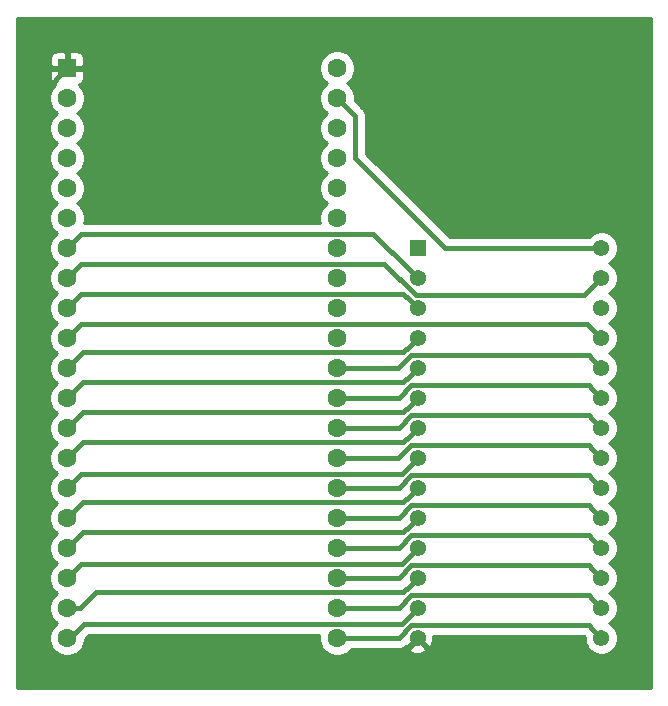
<source format=gbr>
G04 #@! TF.GenerationSoftware,KiCad,Pcbnew,(5.1.5-0-10_14)*
G04 #@! TF.CreationDate,2020-11-02T12:03:13-05:00*
G04 #@! TF.ProjectId,programmer,70726f67-7261-46d6-9d65-722e6b696361,rev?*
G04 #@! TF.SameCoordinates,Original*
G04 #@! TF.FileFunction,Copper,L2,Bot*
G04 #@! TF.FilePolarity,Positive*
%FSLAX46Y46*%
G04 Gerber Fmt 4.6, Leading zero omitted, Abs format (unit mm)*
G04 Created by KiCad (PCBNEW (5.1.5-0-10_14)) date 2020-11-02 12:03:13*
%MOMM*%
%LPD*%
G04 APERTURE LIST*
%ADD10R,1.378000X1.378000*%
%ADD11C,1.378000*%
%ADD12C,1.600000*%
%ADD13R,1.600000X1.600000*%
%ADD14C,0.400000*%
%ADD15C,0.254000*%
G04 APERTURE END LIST*
D10*
X82518250Y-97663000D03*
D11*
X82518250Y-100203000D03*
X82518250Y-102743000D03*
X82518250Y-105283000D03*
X82518250Y-107823000D03*
X82518250Y-110363000D03*
X82518250Y-112903000D03*
X82518250Y-115443000D03*
X82518250Y-117983000D03*
X82518250Y-120523000D03*
X82518250Y-123063000D03*
X82518250Y-125603000D03*
X82518250Y-128143000D03*
X82518250Y-130683000D03*
X98075750Y-130683000D03*
X98075750Y-128143000D03*
X98075750Y-125603000D03*
X98075750Y-123063000D03*
X98075750Y-120523000D03*
X98075750Y-117983000D03*
X98075750Y-115443000D03*
X98075750Y-112903000D03*
X98075750Y-110363000D03*
X98075750Y-107823000D03*
X98075750Y-105283000D03*
X98075750Y-102743000D03*
X98075750Y-100203000D03*
X98075750Y-97663000D03*
D12*
X75692000Y-82423000D03*
D13*
X52832000Y-82423000D03*
D12*
X75692000Y-84963000D03*
X52832000Y-84963000D03*
X75692000Y-87503000D03*
X52832000Y-87503000D03*
X75692000Y-90043000D03*
X52832000Y-90043000D03*
X75692000Y-92583000D03*
X52832000Y-92583000D03*
X75692000Y-95123000D03*
X52832000Y-95123000D03*
X75692000Y-97663000D03*
X52832000Y-97663000D03*
X75692000Y-100203000D03*
X52832000Y-100203000D03*
X75692000Y-102743000D03*
X52832000Y-102743000D03*
X75692000Y-105283000D03*
X52832000Y-105283000D03*
X75692000Y-107823000D03*
X52832000Y-107823000D03*
X75692000Y-110363000D03*
X52832000Y-110363000D03*
X75692000Y-112903000D03*
X52832000Y-112903000D03*
X75692000Y-115443000D03*
X52832000Y-115443000D03*
X75692000Y-117983000D03*
X52832000Y-117983000D03*
X75692000Y-120523000D03*
X52832000Y-120523000D03*
X75692000Y-123063000D03*
X52832000Y-123063000D03*
X75692000Y-125603000D03*
X52832000Y-125603000D03*
X75692000Y-128143000D03*
X52832000Y-128143000D03*
X75692000Y-130683000D03*
X52832000Y-130683000D03*
D14*
X98075750Y-97663000D02*
X84836000Y-97663000D01*
X84836000Y-97663000D02*
X77216000Y-90043000D01*
X77216000Y-86487000D02*
X75692000Y-84963000D01*
X77216000Y-90043000D02*
X77216000Y-86487000D01*
X81829251Y-123751999D02*
X82518250Y-123063000D01*
X81178251Y-124402999D02*
X81829251Y-123751999D01*
X54032001Y-124402999D02*
X81178251Y-124402999D01*
X52832000Y-125603000D02*
X54032001Y-124402999D01*
X81829251Y-126291999D02*
X82518250Y-125603000D01*
X55303369Y-126803001D02*
X81318249Y-126803001D01*
X81318249Y-126803001D02*
X81829251Y-126291999D01*
X53963370Y-128143000D02*
X55303369Y-126803001D01*
X52832000Y-128143000D02*
X53963370Y-128143000D01*
X52832000Y-130683000D02*
X53086000Y-130683000D01*
X54286001Y-129482999D02*
X81178251Y-129482999D01*
X81829251Y-128831999D02*
X82518250Y-128143000D01*
X81178251Y-129482999D02*
X81829251Y-128831999D01*
X53086000Y-130683000D02*
X54286001Y-129482999D01*
X97386751Y-129994001D02*
X98075750Y-130683000D01*
X81995529Y-129593999D02*
X96986749Y-129593999D01*
X80906528Y-130683000D02*
X81995529Y-129593999D01*
X96986749Y-129593999D02*
X97386751Y-129994001D01*
X75692000Y-130683000D02*
X80906528Y-130683000D01*
X97386751Y-127454001D02*
X98075750Y-128143000D01*
X96986749Y-127053999D02*
X97386751Y-127454001D01*
X81995529Y-127053999D02*
X96986749Y-127053999D01*
X80906528Y-128143000D02*
X81995529Y-127053999D01*
X75692000Y-128143000D02*
X80906528Y-128143000D01*
X97386751Y-124914001D02*
X98075750Y-125603000D01*
X96986749Y-124513999D02*
X97386751Y-124914001D01*
X81995529Y-124513999D02*
X96986749Y-124513999D01*
X80906528Y-125603000D02*
X81995529Y-124513999D01*
X75692000Y-125603000D02*
X80906528Y-125603000D01*
X96986749Y-121973999D02*
X97386751Y-122374001D01*
X81995529Y-121973999D02*
X96986749Y-121973999D01*
X97386751Y-122374001D02*
X98075750Y-123063000D01*
X80906528Y-123063000D02*
X81995529Y-121973999D01*
X75692000Y-123063000D02*
X80906528Y-123063000D01*
X97386751Y-119834001D02*
X98075750Y-120523000D01*
X96986749Y-119433999D02*
X97386751Y-119834001D01*
X81995529Y-119433999D02*
X96986749Y-119433999D01*
X80906528Y-120523000D02*
X81995529Y-119433999D01*
X75692000Y-120523000D02*
X80906528Y-120523000D01*
X81829251Y-102054001D02*
X82518250Y-102743000D01*
X81318249Y-101542999D02*
X81829251Y-102054001D01*
X54032001Y-101542999D02*
X81318249Y-101542999D01*
X52832000Y-102743000D02*
X54032001Y-101542999D01*
X81829251Y-105971999D02*
X82518250Y-105283000D01*
X54171999Y-106483001D02*
X81318249Y-106483001D01*
X81318249Y-106483001D02*
X81829251Y-105971999D01*
X52832000Y-107823000D02*
X54171999Y-106483001D01*
X81829251Y-108511999D02*
X82518250Y-107823000D01*
X81318249Y-109023001D02*
X81829251Y-108511999D01*
X54171999Y-109023001D02*
X81318249Y-109023001D01*
X52832000Y-110363000D02*
X54171999Y-109023001D01*
X54171999Y-111563001D02*
X81318249Y-111563001D01*
X81829251Y-111051999D02*
X82518250Y-110363000D01*
X81318249Y-111563001D02*
X81829251Y-111051999D01*
X52832000Y-112903000D02*
X54171999Y-111563001D01*
X81829251Y-113591999D02*
X82518250Y-112903000D01*
X54171999Y-114103001D02*
X81318249Y-114103001D01*
X81318249Y-114103001D02*
X81829251Y-113591999D01*
X52832000Y-115443000D02*
X54171999Y-114103001D01*
X81178251Y-116782999D02*
X81829251Y-116131999D01*
X81829251Y-116131999D02*
X82518250Y-115443000D01*
X54032001Y-116782999D02*
X81178251Y-116782999D01*
X52832000Y-117983000D02*
X54032001Y-116782999D01*
X81829251Y-118671999D02*
X82518250Y-117983000D01*
X81318249Y-119183001D02*
X81829251Y-118671999D01*
X54171999Y-119183001D02*
X81318249Y-119183001D01*
X52832000Y-120523000D02*
X54171999Y-119183001D01*
X81829251Y-121211999D02*
X82518250Y-120523000D01*
X81318249Y-121723001D02*
X81829251Y-121211999D01*
X54171999Y-121723001D02*
X81318249Y-121723001D01*
X52832000Y-123063000D02*
X54171999Y-121723001D01*
X97386751Y-112214001D02*
X98075750Y-112903000D01*
X96986749Y-111813999D02*
X97386751Y-112214001D01*
X81995529Y-111813999D02*
X96986749Y-111813999D01*
X80906528Y-112903000D02*
X81995529Y-111813999D01*
X75692000Y-112903000D02*
X80906528Y-112903000D01*
X82357527Y-101653999D02*
X96624751Y-101653999D01*
X97386751Y-100891999D02*
X98075750Y-100203000D01*
X96624751Y-101653999D02*
X97386751Y-100891999D01*
X54032001Y-99002999D02*
X79706527Y-99002999D01*
X79706527Y-99002999D02*
X82357527Y-101653999D01*
X52832000Y-100203000D02*
X54032001Y-99002999D01*
X81829251Y-99514001D02*
X82518250Y-100203000D01*
X78778249Y-96462999D02*
X81829251Y-99514001D01*
X54032001Y-96462999D02*
X78778249Y-96462999D01*
X52832000Y-97663000D02*
X54032001Y-96462999D01*
X97386751Y-109674001D02*
X98075750Y-110363000D01*
X81995529Y-109273999D02*
X96986749Y-109273999D01*
X80906528Y-110363000D02*
X81995529Y-109273999D01*
X96986749Y-109273999D02*
X97386751Y-109674001D01*
X75692000Y-110363000D02*
X80906528Y-110363000D01*
X97386751Y-114754001D02*
X98075750Y-115443000D01*
X96986749Y-114353999D02*
X97386751Y-114754001D01*
X81915793Y-114353999D02*
X96986749Y-114353999D01*
X80826792Y-115443000D02*
X81915793Y-114353999D01*
X75692000Y-115443000D02*
X80826792Y-115443000D01*
X97386751Y-104594001D02*
X98075750Y-105283000D01*
X96875749Y-104082999D02*
X97386751Y-104594001D01*
X54032001Y-104082999D02*
X96875749Y-104082999D01*
X52832000Y-105283000D02*
X54032001Y-104082999D01*
X81915793Y-106733999D02*
X96986749Y-106733999D01*
X97386751Y-107134001D02*
X98075750Y-107823000D01*
X96986749Y-106733999D02*
X97386751Y-107134001D01*
X80826792Y-107823000D02*
X81915793Y-106733999D01*
X75692000Y-107823000D02*
X80826792Y-107823000D01*
X80486250Y-132715000D02*
X82518250Y-130683000D01*
X50927000Y-131318000D02*
X52324000Y-132715000D01*
X50927000Y-84328000D02*
X50927000Y-131318000D01*
X52324000Y-132715000D02*
X80486250Y-132715000D01*
X52832000Y-82423000D02*
X50927000Y-84328000D01*
X97386751Y-117294001D02*
X98075750Y-117983000D01*
X96986749Y-116893999D02*
X97386751Y-117294001D01*
X81995529Y-116893999D02*
X96986749Y-116893999D01*
X80906528Y-117983000D02*
X81995529Y-116893999D01*
X75692000Y-117983000D02*
X80906528Y-117983000D01*
D15*
G36*
X102245001Y-134884000D02*
G01*
X48631000Y-134884000D01*
X48631000Y-84812604D01*
X51305000Y-84812604D01*
X51305000Y-85113396D01*
X51363681Y-85408410D01*
X51478790Y-85686306D01*
X51645901Y-85936406D01*
X51858594Y-86149099D01*
X51984161Y-86233000D01*
X51858594Y-86316901D01*
X51645901Y-86529594D01*
X51478790Y-86779694D01*
X51363681Y-87057590D01*
X51305000Y-87352604D01*
X51305000Y-87653396D01*
X51363681Y-87948410D01*
X51478790Y-88226306D01*
X51645901Y-88476406D01*
X51858594Y-88689099D01*
X51984161Y-88773000D01*
X51858594Y-88856901D01*
X51645901Y-89069594D01*
X51478790Y-89319694D01*
X51363681Y-89597590D01*
X51305000Y-89892604D01*
X51305000Y-90193396D01*
X51363681Y-90488410D01*
X51478790Y-90766306D01*
X51645901Y-91016406D01*
X51858594Y-91229099D01*
X51984161Y-91313000D01*
X51858594Y-91396901D01*
X51645901Y-91609594D01*
X51478790Y-91859694D01*
X51363681Y-92137590D01*
X51305000Y-92432604D01*
X51305000Y-92733396D01*
X51363681Y-93028410D01*
X51478790Y-93306306D01*
X51645901Y-93556406D01*
X51858594Y-93769099D01*
X51984161Y-93853000D01*
X51858594Y-93936901D01*
X51645901Y-94149594D01*
X51478790Y-94399694D01*
X51363681Y-94677590D01*
X51305000Y-94972604D01*
X51305000Y-95273396D01*
X51363681Y-95568410D01*
X51478790Y-95846306D01*
X51645901Y-96096406D01*
X51858594Y-96309099D01*
X51984161Y-96393000D01*
X51858594Y-96476901D01*
X51645901Y-96689594D01*
X51478790Y-96939694D01*
X51363681Y-97217590D01*
X51305000Y-97512604D01*
X51305000Y-97813396D01*
X51363681Y-98108410D01*
X51478790Y-98386306D01*
X51645901Y-98636406D01*
X51858594Y-98849099D01*
X51984161Y-98933000D01*
X51858594Y-99016901D01*
X51645901Y-99229594D01*
X51478790Y-99479694D01*
X51363681Y-99757590D01*
X51305000Y-100052604D01*
X51305000Y-100353396D01*
X51363681Y-100648410D01*
X51478790Y-100926306D01*
X51645901Y-101176406D01*
X51858594Y-101389099D01*
X51984161Y-101473000D01*
X51858594Y-101556901D01*
X51645901Y-101769594D01*
X51478790Y-102019694D01*
X51363681Y-102297590D01*
X51305000Y-102592604D01*
X51305000Y-102893396D01*
X51363681Y-103188410D01*
X51478790Y-103466306D01*
X51645901Y-103716406D01*
X51858594Y-103929099D01*
X51984161Y-104013000D01*
X51858594Y-104096901D01*
X51645901Y-104309594D01*
X51478790Y-104559694D01*
X51363681Y-104837590D01*
X51305000Y-105132604D01*
X51305000Y-105433396D01*
X51363681Y-105728410D01*
X51478790Y-106006306D01*
X51645901Y-106256406D01*
X51858594Y-106469099D01*
X51984161Y-106553000D01*
X51858594Y-106636901D01*
X51645901Y-106849594D01*
X51478790Y-107099694D01*
X51363681Y-107377590D01*
X51305000Y-107672604D01*
X51305000Y-107973396D01*
X51363681Y-108268410D01*
X51478790Y-108546306D01*
X51645901Y-108796406D01*
X51858594Y-109009099D01*
X51984161Y-109093000D01*
X51858594Y-109176901D01*
X51645901Y-109389594D01*
X51478790Y-109639694D01*
X51363681Y-109917590D01*
X51305000Y-110212604D01*
X51305000Y-110513396D01*
X51363681Y-110808410D01*
X51478790Y-111086306D01*
X51645901Y-111336406D01*
X51858594Y-111549099D01*
X51984161Y-111633000D01*
X51858594Y-111716901D01*
X51645901Y-111929594D01*
X51478790Y-112179694D01*
X51363681Y-112457590D01*
X51305000Y-112752604D01*
X51305000Y-113053396D01*
X51363681Y-113348410D01*
X51478790Y-113626306D01*
X51645901Y-113876406D01*
X51858594Y-114089099D01*
X51984161Y-114173000D01*
X51858594Y-114256901D01*
X51645901Y-114469594D01*
X51478790Y-114719694D01*
X51363681Y-114997590D01*
X51305000Y-115292604D01*
X51305000Y-115593396D01*
X51363681Y-115888410D01*
X51478790Y-116166306D01*
X51645901Y-116416406D01*
X51858594Y-116629099D01*
X51984161Y-116713000D01*
X51858594Y-116796901D01*
X51645901Y-117009594D01*
X51478790Y-117259694D01*
X51363681Y-117537590D01*
X51305000Y-117832604D01*
X51305000Y-118133396D01*
X51363681Y-118428410D01*
X51478790Y-118706306D01*
X51645901Y-118956406D01*
X51858594Y-119169099D01*
X51984161Y-119253000D01*
X51858594Y-119336901D01*
X51645901Y-119549594D01*
X51478790Y-119799694D01*
X51363681Y-120077590D01*
X51305000Y-120372604D01*
X51305000Y-120673396D01*
X51363681Y-120968410D01*
X51478790Y-121246306D01*
X51645901Y-121496406D01*
X51858594Y-121709099D01*
X51984161Y-121793000D01*
X51858594Y-121876901D01*
X51645901Y-122089594D01*
X51478790Y-122339694D01*
X51363681Y-122617590D01*
X51305000Y-122912604D01*
X51305000Y-123213396D01*
X51363681Y-123508410D01*
X51478790Y-123786306D01*
X51645901Y-124036406D01*
X51858594Y-124249099D01*
X51984161Y-124333000D01*
X51858594Y-124416901D01*
X51645901Y-124629594D01*
X51478790Y-124879694D01*
X51363681Y-125157590D01*
X51305000Y-125452604D01*
X51305000Y-125753396D01*
X51363681Y-126048410D01*
X51478790Y-126326306D01*
X51645901Y-126576406D01*
X51858594Y-126789099D01*
X51984161Y-126873000D01*
X51858594Y-126956901D01*
X51645901Y-127169594D01*
X51478790Y-127419694D01*
X51363681Y-127697590D01*
X51305000Y-127992604D01*
X51305000Y-128293396D01*
X51363681Y-128588410D01*
X51478790Y-128866306D01*
X51645901Y-129116406D01*
X51858594Y-129329099D01*
X51984161Y-129413000D01*
X51858594Y-129496901D01*
X51645901Y-129709594D01*
X51478790Y-129959694D01*
X51363681Y-130237590D01*
X51305000Y-130532604D01*
X51305000Y-130833396D01*
X51363681Y-131128410D01*
X51478790Y-131406306D01*
X51645901Y-131656406D01*
X51858594Y-131869099D01*
X52108694Y-132036210D01*
X52386590Y-132151319D01*
X52681604Y-132210000D01*
X52982396Y-132210000D01*
X53277410Y-132151319D01*
X53555306Y-132036210D01*
X53805406Y-131869099D01*
X54018099Y-131656406D01*
X54185210Y-131406306D01*
X54300319Y-131128410D01*
X54359000Y-130833396D01*
X54359000Y-130720976D01*
X54669977Y-130409999D01*
X74189387Y-130409999D01*
X74165000Y-130532604D01*
X74165000Y-130833396D01*
X74223681Y-131128410D01*
X74338790Y-131406306D01*
X74505901Y-131656406D01*
X74718594Y-131869099D01*
X74968694Y-132036210D01*
X75246590Y-132151319D01*
X75541604Y-132210000D01*
X75842396Y-132210000D01*
X76137410Y-132151319D01*
X76415306Y-132036210D01*
X76665406Y-131869099D01*
X76878099Y-131656406D01*
X76909106Y-131610000D01*
X80861001Y-131610000D01*
X80906528Y-131614484D01*
X80952055Y-131610000D01*
X80952066Y-131610000D01*
X81088252Y-131596587D01*
X81088845Y-131596407D01*
X81784448Y-131596407D01*
X81842573Y-131829054D01*
X82079140Y-131938851D01*
X82332581Y-132000386D01*
X82593158Y-132011294D01*
X82850856Y-131971158D01*
X83095772Y-131881518D01*
X83193927Y-131829054D01*
X83252052Y-131596407D01*
X82518250Y-130862605D01*
X81784448Y-131596407D01*
X81088845Y-131596407D01*
X81262992Y-131543580D01*
X81424033Y-131457501D01*
X81504249Y-131391669D01*
X81604843Y-131416802D01*
X82338645Y-130683000D01*
X82324503Y-130668858D01*
X82472361Y-130520999D01*
X82564139Y-130520999D01*
X82711998Y-130668858D01*
X82697855Y-130683000D01*
X83431657Y-131416802D01*
X83664304Y-131358677D01*
X83774101Y-131122110D01*
X83835636Y-130868669D01*
X83846544Y-130608092D01*
X83832979Y-130520999D01*
X96602774Y-130520999D01*
X96659750Y-130577975D01*
X96659750Y-130822464D01*
X96714166Y-131096032D01*
X96820907Y-131353727D01*
X96975871Y-131585647D01*
X97173103Y-131782879D01*
X97405023Y-131937843D01*
X97662718Y-132044584D01*
X97936286Y-132099000D01*
X98215214Y-132099000D01*
X98488782Y-132044584D01*
X98746477Y-131937843D01*
X98978397Y-131782879D01*
X99175629Y-131585647D01*
X99330593Y-131353727D01*
X99437334Y-131096032D01*
X99491750Y-130822464D01*
X99491750Y-130543536D01*
X99437334Y-130269968D01*
X99330593Y-130012273D01*
X99175629Y-129780353D01*
X98978397Y-129583121D01*
X98746477Y-129428157D01*
X98709885Y-129413000D01*
X98746477Y-129397843D01*
X98978397Y-129242879D01*
X99175629Y-129045647D01*
X99330593Y-128813727D01*
X99437334Y-128556032D01*
X99491750Y-128282464D01*
X99491750Y-128003536D01*
X99437334Y-127729968D01*
X99330593Y-127472273D01*
X99175629Y-127240353D01*
X98978397Y-127043121D01*
X98746477Y-126888157D01*
X98709885Y-126873000D01*
X98746477Y-126857843D01*
X98978397Y-126702879D01*
X99175629Y-126505647D01*
X99330593Y-126273727D01*
X99437334Y-126016032D01*
X99491750Y-125742464D01*
X99491750Y-125463536D01*
X99437334Y-125189968D01*
X99330593Y-124932273D01*
X99175629Y-124700353D01*
X98978397Y-124503121D01*
X98746477Y-124348157D01*
X98709885Y-124333000D01*
X98746477Y-124317843D01*
X98978397Y-124162879D01*
X99175629Y-123965647D01*
X99330593Y-123733727D01*
X99437334Y-123476032D01*
X99491750Y-123202464D01*
X99491750Y-122923536D01*
X99437334Y-122649968D01*
X99330593Y-122392273D01*
X99175629Y-122160353D01*
X98978397Y-121963121D01*
X98746477Y-121808157D01*
X98709885Y-121793000D01*
X98746477Y-121777843D01*
X98978397Y-121622879D01*
X99175629Y-121425647D01*
X99330593Y-121193727D01*
X99437334Y-120936032D01*
X99491750Y-120662464D01*
X99491750Y-120383536D01*
X99437334Y-120109968D01*
X99330593Y-119852273D01*
X99175629Y-119620353D01*
X98978397Y-119423121D01*
X98746477Y-119268157D01*
X98709885Y-119253000D01*
X98746477Y-119237843D01*
X98978397Y-119082879D01*
X99175629Y-118885647D01*
X99330593Y-118653727D01*
X99437334Y-118396032D01*
X99491750Y-118122464D01*
X99491750Y-117843536D01*
X99437334Y-117569968D01*
X99330593Y-117312273D01*
X99175629Y-117080353D01*
X98978397Y-116883121D01*
X98746477Y-116728157D01*
X98709885Y-116713000D01*
X98746477Y-116697843D01*
X98978397Y-116542879D01*
X99175629Y-116345647D01*
X99330593Y-116113727D01*
X99437334Y-115856032D01*
X99491750Y-115582464D01*
X99491750Y-115303536D01*
X99437334Y-115029968D01*
X99330593Y-114772273D01*
X99175629Y-114540353D01*
X98978397Y-114343121D01*
X98746477Y-114188157D01*
X98709885Y-114173000D01*
X98746477Y-114157843D01*
X98978397Y-114002879D01*
X99175629Y-113805647D01*
X99330593Y-113573727D01*
X99437334Y-113316032D01*
X99491750Y-113042464D01*
X99491750Y-112763536D01*
X99437334Y-112489968D01*
X99330593Y-112232273D01*
X99175629Y-112000353D01*
X98978397Y-111803121D01*
X98746477Y-111648157D01*
X98709885Y-111633000D01*
X98746477Y-111617843D01*
X98978397Y-111462879D01*
X99175629Y-111265647D01*
X99330593Y-111033727D01*
X99437334Y-110776032D01*
X99491750Y-110502464D01*
X99491750Y-110223536D01*
X99437334Y-109949968D01*
X99330593Y-109692273D01*
X99175629Y-109460353D01*
X98978397Y-109263121D01*
X98746477Y-109108157D01*
X98709885Y-109093000D01*
X98746477Y-109077843D01*
X98978397Y-108922879D01*
X99175629Y-108725647D01*
X99330593Y-108493727D01*
X99437334Y-108236032D01*
X99491750Y-107962464D01*
X99491750Y-107683536D01*
X99437334Y-107409968D01*
X99330593Y-107152273D01*
X99175629Y-106920353D01*
X98978397Y-106723121D01*
X98746477Y-106568157D01*
X98709885Y-106553000D01*
X98746477Y-106537843D01*
X98978397Y-106382879D01*
X99175629Y-106185647D01*
X99330593Y-105953727D01*
X99437334Y-105696032D01*
X99491750Y-105422464D01*
X99491750Y-105143536D01*
X99437334Y-104869968D01*
X99330593Y-104612273D01*
X99175629Y-104380353D01*
X98978397Y-104183121D01*
X98746477Y-104028157D01*
X98709885Y-104013000D01*
X98746477Y-103997843D01*
X98978397Y-103842879D01*
X99175629Y-103645647D01*
X99330593Y-103413727D01*
X99437334Y-103156032D01*
X99491750Y-102882464D01*
X99491750Y-102603536D01*
X99437334Y-102329968D01*
X99330593Y-102072273D01*
X99175629Y-101840353D01*
X98978397Y-101643121D01*
X98746477Y-101488157D01*
X98709885Y-101473000D01*
X98746477Y-101457843D01*
X98978397Y-101302879D01*
X99175629Y-101105647D01*
X99330593Y-100873727D01*
X99437334Y-100616032D01*
X99491750Y-100342464D01*
X99491750Y-100063536D01*
X99437334Y-99789968D01*
X99330593Y-99532273D01*
X99175629Y-99300353D01*
X98978397Y-99103121D01*
X98746477Y-98948157D01*
X98709885Y-98933000D01*
X98746477Y-98917843D01*
X98978397Y-98762879D01*
X99175629Y-98565647D01*
X99330593Y-98333727D01*
X99437334Y-98076032D01*
X99491750Y-97802464D01*
X99491750Y-97523536D01*
X99437334Y-97249968D01*
X99330593Y-96992273D01*
X99175629Y-96760353D01*
X98978397Y-96563121D01*
X98746477Y-96408157D01*
X98488782Y-96301416D01*
X98215214Y-96247000D01*
X97936286Y-96247000D01*
X97662718Y-96301416D01*
X97405023Y-96408157D01*
X97173103Y-96563121D01*
X97000224Y-96736000D01*
X85219976Y-96736000D01*
X78143000Y-89659025D01*
X78143000Y-86532524D01*
X78147484Y-86486999D01*
X78143000Y-86441474D01*
X78143000Y-86441462D01*
X78129587Y-86305276D01*
X78076580Y-86130536D01*
X78025344Y-86034681D01*
X77990501Y-85969494D01*
X77903687Y-85863711D01*
X77903684Y-85863708D01*
X77874659Y-85828341D01*
X77839292Y-85799316D01*
X77208112Y-85168136D01*
X77219000Y-85113396D01*
X77219000Y-84812604D01*
X77160319Y-84517590D01*
X77045210Y-84239694D01*
X76878099Y-83989594D01*
X76665406Y-83776901D01*
X76539839Y-83693000D01*
X76665406Y-83609099D01*
X76878099Y-83396406D01*
X77045210Y-83146306D01*
X77160319Y-82868410D01*
X77219000Y-82573396D01*
X77219000Y-82272604D01*
X77160319Y-81977590D01*
X77045210Y-81699694D01*
X76878099Y-81449594D01*
X76665406Y-81236901D01*
X76415306Y-81069790D01*
X76137410Y-80954681D01*
X75842396Y-80896000D01*
X75541604Y-80896000D01*
X75246590Y-80954681D01*
X74968694Y-81069790D01*
X74718594Y-81236901D01*
X74505901Y-81449594D01*
X74338790Y-81699694D01*
X74223681Y-81977590D01*
X74165000Y-82272604D01*
X74165000Y-82573396D01*
X74223681Y-82868410D01*
X74338790Y-83146306D01*
X74505901Y-83396406D01*
X74718594Y-83609099D01*
X74844161Y-83693000D01*
X74718594Y-83776901D01*
X74505901Y-83989594D01*
X74338790Y-84239694D01*
X74223681Y-84517590D01*
X74165000Y-84812604D01*
X74165000Y-85113396D01*
X74223681Y-85408410D01*
X74338790Y-85686306D01*
X74505901Y-85936406D01*
X74718594Y-86149099D01*
X74844161Y-86233000D01*
X74718594Y-86316901D01*
X74505901Y-86529594D01*
X74338790Y-86779694D01*
X74223681Y-87057590D01*
X74165000Y-87352604D01*
X74165000Y-87653396D01*
X74223681Y-87948410D01*
X74338790Y-88226306D01*
X74505901Y-88476406D01*
X74718594Y-88689099D01*
X74844161Y-88773000D01*
X74718594Y-88856901D01*
X74505901Y-89069594D01*
X74338790Y-89319694D01*
X74223681Y-89597590D01*
X74165000Y-89892604D01*
X74165000Y-90193396D01*
X74223681Y-90488410D01*
X74338790Y-90766306D01*
X74505901Y-91016406D01*
X74718594Y-91229099D01*
X74844161Y-91313000D01*
X74718594Y-91396901D01*
X74505901Y-91609594D01*
X74338790Y-91859694D01*
X74223681Y-92137590D01*
X74165000Y-92432604D01*
X74165000Y-92733396D01*
X74223681Y-93028410D01*
X74338790Y-93306306D01*
X74505901Y-93556406D01*
X74718594Y-93769099D01*
X74844161Y-93853000D01*
X74718594Y-93936901D01*
X74505901Y-94149594D01*
X74338790Y-94399694D01*
X74223681Y-94677590D01*
X74165000Y-94972604D01*
X74165000Y-95273396D01*
X74217234Y-95535999D01*
X54306766Y-95535999D01*
X54359000Y-95273396D01*
X54359000Y-94972604D01*
X54300319Y-94677590D01*
X54185210Y-94399694D01*
X54018099Y-94149594D01*
X53805406Y-93936901D01*
X53679839Y-93853000D01*
X53805406Y-93769099D01*
X54018099Y-93556406D01*
X54185210Y-93306306D01*
X54300319Y-93028410D01*
X54359000Y-92733396D01*
X54359000Y-92432604D01*
X54300319Y-92137590D01*
X54185210Y-91859694D01*
X54018099Y-91609594D01*
X53805406Y-91396901D01*
X53679839Y-91313000D01*
X53805406Y-91229099D01*
X54018099Y-91016406D01*
X54185210Y-90766306D01*
X54300319Y-90488410D01*
X54359000Y-90193396D01*
X54359000Y-89892604D01*
X54300319Y-89597590D01*
X54185210Y-89319694D01*
X54018099Y-89069594D01*
X53805406Y-88856901D01*
X53679839Y-88773000D01*
X53805406Y-88689099D01*
X54018099Y-88476406D01*
X54185210Y-88226306D01*
X54300319Y-87948410D01*
X54359000Y-87653396D01*
X54359000Y-87352604D01*
X54300319Y-87057590D01*
X54185210Y-86779694D01*
X54018099Y-86529594D01*
X53805406Y-86316901D01*
X53679839Y-86233000D01*
X53805406Y-86149099D01*
X54018099Y-85936406D01*
X54185210Y-85686306D01*
X54300319Y-85408410D01*
X54359000Y-85113396D01*
X54359000Y-84812604D01*
X54300319Y-84517590D01*
X54185210Y-84239694D01*
X54018099Y-83989594D01*
X53849193Y-83820688D01*
X53876180Y-83812502D01*
X53986494Y-83753537D01*
X54083185Y-83674185D01*
X54162537Y-83577494D01*
X54221502Y-83467180D01*
X54257812Y-83347482D01*
X54270072Y-83223000D01*
X54267000Y-82708750D01*
X54108250Y-82550000D01*
X52959000Y-82550000D01*
X52959000Y-82570000D01*
X52705000Y-82570000D01*
X52705000Y-82550000D01*
X51555750Y-82550000D01*
X51397000Y-82708750D01*
X51393928Y-83223000D01*
X51406188Y-83347482D01*
X51442498Y-83467180D01*
X51501463Y-83577494D01*
X51580815Y-83674185D01*
X51677506Y-83753537D01*
X51787820Y-83812502D01*
X51814807Y-83820688D01*
X51645901Y-83989594D01*
X51478790Y-84239694D01*
X51363681Y-84517590D01*
X51305000Y-84812604D01*
X48631000Y-84812604D01*
X48631000Y-81623000D01*
X51393928Y-81623000D01*
X51397000Y-82137250D01*
X51555750Y-82296000D01*
X52705000Y-82296000D01*
X52705000Y-81146750D01*
X52959000Y-81146750D01*
X52959000Y-82296000D01*
X54108250Y-82296000D01*
X54267000Y-82137250D01*
X54270072Y-81623000D01*
X54257812Y-81498518D01*
X54221502Y-81378820D01*
X54162537Y-81268506D01*
X54083185Y-81171815D01*
X53986494Y-81092463D01*
X53876180Y-81033498D01*
X53756482Y-80997188D01*
X53632000Y-80984928D01*
X53117750Y-80988000D01*
X52959000Y-81146750D01*
X52705000Y-81146750D01*
X52546250Y-80988000D01*
X52032000Y-80984928D01*
X51907518Y-80997188D01*
X51787820Y-81033498D01*
X51677506Y-81092463D01*
X51580815Y-81171815D01*
X51501463Y-81268506D01*
X51442498Y-81378820D01*
X51406188Y-81498518D01*
X51393928Y-81623000D01*
X48631000Y-81623000D01*
X48631000Y-78222000D01*
X102245000Y-78222000D01*
X102245001Y-134884000D01*
G37*
X102245001Y-134884000D02*
X48631000Y-134884000D01*
X48631000Y-84812604D01*
X51305000Y-84812604D01*
X51305000Y-85113396D01*
X51363681Y-85408410D01*
X51478790Y-85686306D01*
X51645901Y-85936406D01*
X51858594Y-86149099D01*
X51984161Y-86233000D01*
X51858594Y-86316901D01*
X51645901Y-86529594D01*
X51478790Y-86779694D01*
X51363681Y-87057590D01*
X51305000Y-87352604D01*
X51305000Y-87653396D01*
X51363681Y-87948410D01*
X51478790Y-88226306D01*
X51645901Y-88476406D01*
X51858594Y-88689099D01*
X51984161Y-88773000D01*
X51858594Y-88856901D01*
X51645901Y-89069594D01*
X51478790Y-89319694D01*
X51363681Y-89597590D01*
X51305000Y-89892604D01*
X51305000Y-90193396D01*
X51363681Y-90488410D01*
X51478790Y-90766306D01*
X51645901Y-91016406D01*
X51858594Y-91229099D01*
X51984161Y-91313000D01*
X51858594Y-91396901D01*
X51645901Y-91609594D01*
X51478790Y-91859694D01*
X51363681Y-92137590D01*
X51305000Y-92432604D01*
X51305000Y-92733396D01*
X51363681Y-93028410D01*
X51478790Y-93306306D01*
X51645901Y-93556406D01*
X51858594Y-93769099D01*
X51984161Y-93853000D01*
X51858594Y-93936901D01*
X51645901Y-94149594D01*
X51478790Y-94399694D01*
X51363681Y-94677590D01*
X51305000Y-94972604D01*
X51305000Y-95273396D01*
X51363681Y-95568410D01*
X51478790Y-95846306D01*
X51645901Y-96096406D01*
X51858594Y-96309099D01*
X51984161Y-96393000D01*
X51858594Y-96476901D01*
X51645901Y-96689594D01*
X51478790Y-96939694D01*
X51363681Y-97217590D01*
X51305000Y-97512604D01*
X51305000Y-97813396D01*
X51363681Y-98108410D01*
X51478790Y-98386306D01*
X51645901Y-98636406D01*
X51858594Y-98849099D01*
X51984161Y-98933000D01*
X51858594Y-99016901D01*
X51645901Y-99229594D01*
X51478790Y-99479694D01*
X51363681Y-99757590D01*
X51305000Y-100052604D01*
X51305000Y-100353396D01*
X51363681Y-100648410D01*
X51478790Y-100926306D01*
X51645901Y-101176406D01*
X51858594Y-101389099D01*
X51984161Y-101473000D01*
X51858594Y-101556901D01*
X51645901Y-101769594D01*
X51478790Y-102019694D01*
X51363681Y-102297590D01*
X51305000Y-102592604D01*
X51305000Y-102893396D01*
X51363681Y-103188410D01*
X51478790Y-103466306D01*
X51645901Y-103716406D01*
X51858594Y-103929099D01*
X51984161Y-104013000D01*
X51858594Y-104096901D01*
X51645901Y-104309594D01*
X51478790Y-104559694D01*
X51363681Y-104837590D01*
X51305000Y-105132604D01*
X51305000Y-105433396D01*
X51363681Y-105728410D01*
X51478790Y-106006306D01*
X51645901Y-106256406D01*
X51858594Y-106469099D01*
X51984161Y-106553000D01*
X51858594Y-106636901D01*
X51645901Y-106849594D01*
X51478790Y-107099694D01*
X51363681Y-107377590D01*
X51305000Y-107672604D01*
X51305000Y-107973396D01*
X51363681Y-108268410D01*
X51478790Y-108546306D01*
X51645901Y-108796406D01*
X51858594Y-109009099D01*
X51984161Y-109093000D01*
X51858594Y-109176901D01*
X51645901Y-109389594D01*
X51478790Y-109639694D01*
X51363681Y-109917590D01*
X51305000Y-110212604D01*
X51305000Y-110513396D01*
X51363681Y-110808410D01*
X51478790Y-111086306D01*
X51645901Y-111336406D01*
X51858594Y-111549099D01*
X51984161Y-111633000D01*
X51858594Y-111716901D01*
X51645901Y-111929594D01*
X51478790Y-112179694D01*
X51363681Y-112457590D01*
X51305000Y-112752604D01*
X51305000Y-113053396D01*
X51363681Y-113348410D01*
X51478790Y-113626306D01*
X51645901Y-113876406D01*
X51858594Y-114089099D01*
X51984161Y-114173000D01*
X51858594Y-114256901D01*
X51645901Y-114469594D01*
X51478790Y-114719694D01*
X51363681Y-114997590D01*
X51305000Y-115292604D01*
X51305000Y-115593396D01*
X51363681Y-115888410D01*
X51478790Y-116166306D01*
X51645901Y-116416406D01*
X51858594Y-116629099D01*
X51984161Y-116713000D01*
X51858594Y-116796901D01*
X51645901Y-117009594D01*
X51478790Y-117259694D01*
X51363681Y-117537590D01*
X51305000Y-117832604D01*
X51305000Y-118133396D01*
X51363681Y-118428410D01*
X51478790Y-118706306D01*
X51645901Y-118956406D01*
X51858594Y-119169099D01*
X51984161Y-119253000D01*
X51858594Y-119336901D01*
X51645901Y-119549594D01*
X51478790Y-119799694D01*
X51363681Y-120077590D01*
X51305000Y-120372604D01*
X51305000Y-120673396D01*
X51363681Y-120968410D01*
X51478790Y-121246306D01*
X51645901Y-121496406D01*
X51858594Y-121709099D01*
X51984161Y-121793000D01*
X51858594Y-121876901D01*
X51645901Y-122089594D01*
X51478790Y-122339694D01*
X51363681Y-122617590D01*
X51305000Y-122912604D01*
X51305000Y-123213396D01*
X51363681Y-123508410D01*
X51478790Y-123786306D01*
X51645901Y-124036406D01*
X51858594Y-124249099D01*
X51984161Y-124333000D01*
X51858594Y-124416901D01*
X51645901Y-124629594D01*
X51478790Y-124879694D01*
X51363681Y-125157590D01*
X51305000Y-125452604D01*
X51305000Y-125753396D01*
X51363681Y-126048410D01*
X51478790Y-126326306D01*
X51645901Y-126576406D01*
X51858594Y-126789099D01*
X51984161Y-126873000D01*
X51858594Y-126956901D01*
X51645901Y-127169594D01*
X51478790Y-127419694D01*
X51363681Y-127697590D01*
X51305000Y-127992604D01*
X51305000Y-128293396D01*
X51363681Y-128588410D01*
X51478790Y-128866306D01*
X51645901Y-129116406D01*
X51858594Y-129329099D01*
X51984161Y-129413000D01*
X51858594Y-129496901D01*
X51645901Y-129709594D01*
X51478790Y-129959694D01*
X51363681Y-130237590D01*
X51305000Y-130532604D01*
X51305000Y-130833396D01*
X51363681Y-131128410D01*
X51478790Y-131406306D01*
X51645901Y-131656406D01*
X51858594Y-131869099D01*
X52108694Y-132036210D01*
X52386590Y-132151319D01*
X52681604Y-132210000D01*
X52982396Y-132210000D01*
X53277410Y-132151319D01*
X53555306Y-132036210D01*
X53805406Y-131869099D01*
X54018099Y-131656406D01*
X54185210Y-131406306D01*
X54300319Y-131128410D01*
X54359000Y-130833396D01*
X54359000Y-130720976D01*
X54669977Y-130409999D01*
X74189387Y-130409999D01*
X74165000Y-130532604D01*
X74165000Y-130833396D01*
X74223681Y-131128410D01*
X74338790Y-131406306D01*
X74505901Y-131656406D01*
X74718594Y-131869099D01*
X74968694Y-132036210D01*
X75246590Y-132151319D01*
X75541604Y-132210000D01*
X75842396Y-132210000D01*
X76137410Y-132151319D01*
X76415306Y-132036210D01*
X76665406Y-131869099D01*
X76878099Y-131656406D01*
X76909106Y-131610000D01*
X80861001Y-131610000D01*
X80906528Y-131614484D01*
X80952055Y-131610000D01*
X80952066Y-131610000D01*
X81088252Y-131596587D01*
X81088845Y-131596407D01*
X81784448Y-131596407D01*
X81842573Y-131829054D01*
X82079140Y-131938851D01*
X82332581Y-132000386D01*
X82593158Y-132011294D01*
X82850856Y-131971158D01*
X83095772Y-131881518D01*
X83193927Y-131829054D01*
X83252052Y-131596407D01*
X82518250Y-130862605D01*
X81784448Y-131596407D01*
X81088845Y-131596407D01*
X81262992Y-131543580D01*
X81424033Y-131457501D01*
X81504249Y-131391669D01*
X81604843Y-131416802D01*
X82338645Y-130683000D01*
X82324503Y-130668858D01*
X82472361Y-130520999D01*
X82564139Y-130520999D01*
X82711998Y-130668858D01*
X82697855Y-130683000D01*
X83431657Y-131416802D01*
X83664304Y-131358677D01*
X83774101Y-131122110D01*
X83835636Y-130868669D01*
X83846544Y-130608092D01*
X83832979Y-130520999D01*
X96602774Y-130520999D01*
X96659750Y-130577975D01*
X96659750Y-130822464D01*
X96714166Y-131096032D01*
X96820907Y-131353727D01*
X96975871Y-131585647D01*
X97173103Y-131782879D01*
X97405023Y-131937843D01*
X97662718Y-132044584D01*
X97936286Y-132099000D01*
X98215214Y-132099000D01*
X98488782Y-132044584D01*
X98746477Y-131937843D01*
X98978397Y-131782879D01*
X99175629Y-131585647D01*
X99330593Y-131353727D01*
X99437334Y-131096032D01*
X99491750Y-130822464D01*
X99491750Y-130543536D01*
X99437334Y-130269968D01*
X99330593Y-130012273D01*
X99175629Y-129780353D01*
X98978397Y-129583121D01*
X98746477Y-129428157D01*
X98709885Y-129413000D01*
X98746477Y-129397843D01*
X98978397Y-129242879D01*
X99175629Y-129045647D01*
X99330593Y-128813727D01*
X99437334Y-128556032D01*
X99491750Y-128282464D01*
X99491750Y-128003536D01*
X99437334Y-127729968D01*
X99330593Y-127472273D01*
X99175629Y-127240353D01*
X98978397Y-127043121D01*
X98746477Y-126888157D01*
X98709885Y-126873000D01*
X98746477Y-126857843D01*
X98978397Y-126702879D01*
X99175629Y-126505647D01*
X99330593Y-126273727D01*
X99437334Y-126016032D01*
X99491750Y-125742464D01*
X99491750Y-125463536D01*
X99437334Y-125189968D01*
X99330593Y-124932273D01*
X99175629Y-124700353D01*
X98978397Y-124503121D01*
X98746477Y-124348157D01*
X98709885Y-124333000D01*
X98746477Y-124317843D01*
X98978397Y-124162879D01*
X99175629Y-123965647D01*
X99330593Y-123733727D01*
X99437334Y-123476032D01*
X99491750Y-123202464D01*
X99491750Y-122923536D01*
X99437334Y-122649968D01*
X99330593Y-122392273D01*
X99175629Y-122160353D01*
X98978397Y-121963121D01*
X98746477Y-121808157D01*
X98709885Y-121793000D01*
X98746477Y-121777843D01*
X98978397Y-121622879D01*
X99175629Y-121425647D01*
X99330593Y-121193727D01*
X99437334Y-120936032D01*
X99491750Y-120662464D01*
X99491750Y-120383536D01*
X99437334Y-120109968D01*
X99330593Y-119852273D01*
X99175629Y-119620353D01*
X98978397Y-119423121D01*
X98746477Y-119268157D01*
X98709885Y-119253000D01*
X98746477Y-119237843D01*
X98978397Y-119082879D01*
X99175629Y-118885647D01*
X99330593Y-118653727D01*
X99437334Y-118396032D01*
X99491750Y-118122464D01*
X99491750Y-117843536D01*
X99437334Y-117569968D01*
X99330593Y-117312273D01*
X99175629Y-117080353D01*
X98978397Y-116883121D01*
X98746477Y-116728157D01*
X98709885Y-116713000D01*
X98746477Y-116697843D01*
X98978397Y-116542879D01*
X99175629Y-116345647D01*
X99330593Y-116113727D01*
X99437334Y-115856032D01*
X99491750Y-115582464D01*
X99491750Y-115303536D01*
X99437334Y-115029968D01*
X99330593Y-114772273D01*
X99175629Y-114540353D01*
X98978397Y-114343121D01*
X98746477Y-114188157D01*
X98709885Y-114173000D01*
X98746477Y-114157843D01*
X98978397Y-114002879D01*
X99175629Y-113805647D01*
X99330593Y-113573727D01*
X99437334Y-113316032D01*
X99491750Y-113042464D01*
X99491750Y-112763536D01*
X99437334Y-112489968D01*
X99330593Y-112232273D01*
X99175629Y-112000353D01*
X98978397Y-111803121D01*
X98746477Y-111648157D01*
X98709885Y-111633000D01*
X98746477Y-111617843D01*
X98978397Y-111462879D01*
X99175629Y-111265647D01*
X99330593Y-111033727D01*
X99437334Y-110776032D01*
X99491750Y-110502464D01*
X99491750Y-110223536D01*
X99437334Y-109949968D01*
X99330593Y-109692273D01*
X99175629Y-109460353D01*
X98978397Y-109263121D01*
X98746477Y-109108157D01*
X98709885Y-109093000D01*
X98746477Y-109077843D01*
X98978397Y-108922879D01*
X99175629Y-108725647D01*
X99330593Y-108493727D01*
X99437334Y-108236032D01*
X99491750Y-107962464D01*
X99491750Y-107683536D01*
X99437334Y-107409968D01*
X99330593Y-107152273D01*
X99175629Y-106920353D01*
X98978397Y-106723121D01*
X98746477Y-106568157D01*
X98709885Y-106553000D01*
X98746477Y-106537843D01*
X98978397Y-106382879D01*
X99175629Y-106185647D01*
X99330593Y-105953727D01*
X99437334Y-105696032D01*
X99491750Y-105422464D01*
X99491750Y-105143536D01*
X99437334Y-104869968D01*
X99330593Y-104612273D01*
X99175629Y-104380353D01*
X98978397Y-104183121D01*
X98746477Y-104028157D01*
X98709885Y-104013000D01*
X98746477Y-103997843D01*
X98978397Y-103842879D01*
X99175629Y-103645647D01*
X99330593Y-103413727D01*
X99437334Y-103156032D01*
X99491750Y-102882464D01*
X99491750Y-102603536D01*
X99437334Y-102329968D01*
X99330593Y-102072273D01*
X99175629Y-101840353D01*
X98978397Y-101643121D01*
X98746477Y-101488157D01*
X98709885Y-101473000D01*
X98746477Y-101457843D01*
X98978397Y-101302879D01*
X99175629Y-101105647D01*
X99330593Y-100873727D01*
X99437334Y-100616032D01*
X99491750Y-100342464D01*
X99491750Y-100063536D01*
X99437334Y-99789968D01*
X99330593Y-99532273D01*
X99175629Y-99300353D01*
X98978397Y-99103121D01*
X98746477Y-98948157D01*
X98709885Y-98933000D01*
X98746477Y-98917843D01*
X98978397Y-98762879D01*
X99175629Y-98565647D01*
X99330593Y-98333727D01*
X99437334Y-98076032D01*
X99491750Y-97802464D01*
X99491750Y-97523536D01*
X99437334Y-97249968D01*
X99330593Y-96992273D01*
X99175629Y-96760353D01*
X98978397Y-96563121D01*
X98746477Y-96408157D01*
X98488782Y-96301416D01*
X98215214Y-96247000D01*
X97936286Y-96247000D01*
X97662718Y-96301416D01*
X97405023Y-96408157D01*
X97173103Y-96563121D01*
X97000224Y-96736000D01*
X85219976Y-96736000D01*
X78143000Y-89659025D01*
X78143000Y-86532524D01*
X78147484Y-86486999D01*
X78143000Y-86441474D01*
X78143000Y-86441462D01*
X78129587Y-86305276D01*
X78076580Y-86130536D01*
X78025344Y-86034681D01*
X77990501Y-85969494D01*
X77903687Y-85863711D01*
X77903684Y-85863708D01*
X77874659Y-85828341D01*
X77839292Y-85799316D01*
X77208112Y-85168136D01*
X77219000Y-85113396D01*
X77219000Y-84812604D01*
X77160319Y-84517590D01*
X77045210Y-84239694D01*
X76878099Y-83989594D01*
X76665406Y-83776901D01*
X76539839Y-83693000D01*
X76665406Y-83609099D01*
X76878099Y-83396406D01*
X77045210Y-83146306D01*
X77160319Y-82868410D01*
X77219000Y-82573396D01*
X77219000Y-82272604D01*
X77160319Y-81977590D01*
X77045210Y-81699694D01*
X76878099Y-81449594D01*
X76665406Y-81236901D01*
X76415306Y-81069790D01*
X76137410Y-80954681D01*
X75842396Y-80896000D01*
X75541604Y-80896000D01*
X75246590Y-80954681D01*
X74968694Y-81069790D01*
X74718594Y-81236901D01*
X74505901Y-81449594D01*
X74338790Y-81699694D01*
X74223681Y-81977590D01*
X74165000Y-82272604D01*
X74165000Y-82573396D01*
X74223681Y-82868410D01*
X74338790Y-83146306D01*
X74505901Y-83396406D01*
X74718594Y-83609099D01*
X74844161Y-83693000D01*
X74718594Y-83776901D01*
X74505901Y-83989594D01*
X74338790Y-84239694D01*
X74223681Y-84517590D01*
X74165000Y-84812604D01*
X74165000Y-85113396D01*
X74223681Y-85408410D01*
X74338790Y-85686306D01*
X74505901Y-85936406D01*
X74718594Y-86149099D01*
X74844161Y-86233000D01*
X74718594Y-86316901D01*
X74505901Y-86529594D01*
X74338790Y-86779694D01*
X74223681Y-87057590D01*
X74165000Y-87352604D01*
X74165000Y-87653396D01*
X74223681Y-87948410D01*
X74338790Y-88226306D01*
X74505901Y-88476406D01*
X74718594Y-88689099D01*
X74844161Y-88773000D01*
X74718594Y-88856901D01*
X74505901Y-89069594D01*
X74338790Y-89319694D01*
X74223681Y-89597590D01*
X74165000Y-89892604D01*
X74165000Y-90193396D01*
X74223681Y-90488410D01*
X74338790Y-90766306D01*
X74505901Y-91016406D01*
X74718594Y-91229099D01*
X74844161Y-91313000D01*
X74718594Y-91396901D01*
X74505901Y-91609594D01*
X74338790Y-91859694D01*
X74223681Y-92137590D01*
X74165000Y-92432604D01*
X74165000Y-92733396D01*
X74223681Y-93028410D01*
X74338790Y-93306306D01*
X74505901Y-93556406D01*
X74718594Y-93769099D01*
X74844161Y-93853000D01*
X74718594Y-93936901D01*
X74505901Y-94149594D01*
X74338790Y-94399694D01*
X74223681Y-94677590D01*
X74165000Y-94972604D01*
X74165000Y-95273396D01*
X74217234Y-95535999D01*
X54306766Y-95535999D01*
X54359000Y-95273396D01*
X54359000Y-94972604D01*
X54300319Y-94677590D01*
X54185210Y-94399694D01*
X54018099Y-94149594D01*
X53805406Y-93936901D01*
X53679839Y-93853000D01*
X53805406Y-93769099D01*
X54018099Y-93556406D01*
X54185210Y-93306306D01*
X54300319Y-93028410D01*
X54359000Y-92733396D01*
X54359000Y-92432604D01*
X54300319Y-92137590D01*
X54185210Y-91859694D01*
X54018099Y-91609594D01*
X53805406Y-91396901D01*
X53679839Y-91313000D01*
X53805406Y-91229099D01*
X54018099Y-91016406D01*
X54185210Y-90766306D01*
X54300319Y-90488410D01*
X54359000Y-90193396D01*
X54359000Y-89892604D01*
X54300319Y-89597590D01*
X54185210Y-89319694D01*
X54018099Y-89069594D01*
X53805406Y-88856901D01*
X53679839Y-88773000D01*
X53805406Y-88689099D01*
X54018099Y-88476406D01*
X54185210Y-88226306D01*
X54300319Y-87948410D01*
X54359000Y-87653396D01*
X54359000Y-87352604D01*
X54300319Y-87057590D01*
X54185210Y-86779694D01*
X54018099Y-86529594D01*
X53805406Y-86316901D01*
X53679839Y-86233000D01*
X53805406Y-86149099D01*
X54018099Y-85936406D01*
X54185210Y-85686306D01*
X54300319Y-85408410D01*
X54359000Y-85113396D01*
X54359000Y-84812604D01*
X54300319Y-84517590D01*
X54185210Y-84239694D01*
X54018099Y-83989594D01*
X53849193Y-83820688D01*
X53876180Y-83812502D01*
X53986494Y-83753537D01*
X54083185Y-83674185D01*
X54162537Y-83577494D01*
X54221502Y-83467180D01*
X54257812Y-83347482D01*
X54270072Y-83223000D01*
X54267000Y-82708750D01*
X54108250Y-82550000D01*
X52959000Y-82550000D01*
X52959000Y-82570000D01*
X52705000Y-82570000D01*
X52705000Y-82550000D01*
X51555750Y-82550000D01*
X51397000Y-82708750D01*
X51393928Y-83223000D01*
X51406188Y-83347482D01*
X51442498Y-83467180D01*
X51501463Y-83577494D01*
X51580815Y-83674185D01*
X51677506Y-83753537D01*
X51787820Y-83812502D01*
X51814807Y-83820688D01*
X51645901Y-83989594D01*
X51478790Y-84239694D01*
X51363681Y-84517590D01*
X51305000Y-84812604D01*
X48631000Y-84812604D01*
X48631000Y-81623000D01*
X51393928Y-81623000D01*
X51397000Y-82137250D01*
X51555750Y-82296000D01*
X52705000Y-82296000D01*
X52705000Y-81146750D01*
X52959000Y-81146750D01*
X52959000Y-82296000D01*
X54108250Y-82296000D01*
X54267000Y-82137250D01*
X54270072Y-81623000D01*
X54257812Y-81498518D01*
X54221502Y-81378820D01*
X54162537Y-81268506D01*
X54083185Y-81171815D01*
X53986494Y-81092463D01*
X53876180Y-81033498D01*
X53756482Y-80997188D01*
X53632000Y-80984928D01*
X53117750Y-80988000D01*
X52959000Y-81146750D01*
X52705000Y-81146750D01*
X52546250Y-80988000D01*
X52032000Y-80984928D01*
X51907518Y-80997188D01*
X51787820Y-81033498D01*
X51677506Y-81092463D01*
X51580815Y-81171815D01*
X51501463Y-81268506D01*
X51442498Y-81378820D01*
X51406188Y-81498518D01*
X51393928Y-81623000D01*
X48631000Y-81623000D01*
X48631000Y-78222000D01*
X102245000Y-78222000D01*
X102245001Y-134884000D01*
M02*

</source>
